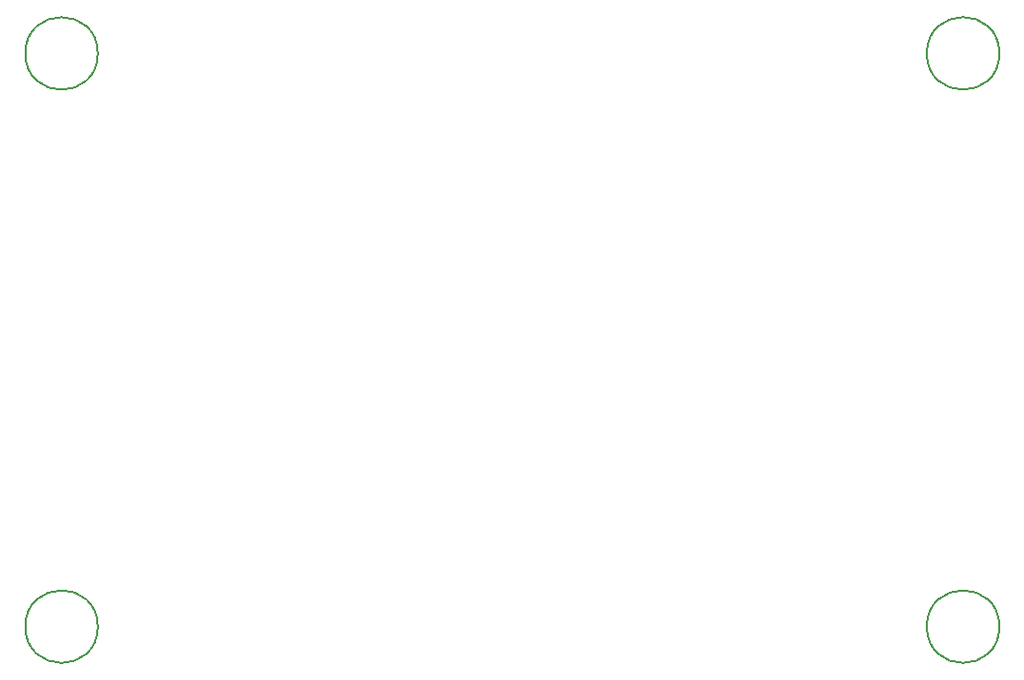
<source format=gbr>
G04 #@! TF.GenerationSoftware,KiCad,Pcbnew,7.0.9*
G04 #@! TF.CreationDate,2024-09-19T22:53:54+02:00*
G04 #@! TF.ProjectId,hpdl_1414_pmod,6870646c-5f31-4343-9134-5f706d6f642e,rev?*
G04 #@! TF.SameCoordinates,Original*
G04 #@! TF.FileFunction,Other,User*
%FSLAX46Y46*%
G04 Gerber Fmt 4.6, Leading zero omitted, Abs format (unit mm)*
G04 Created by KiCad (PCBNEW 7.0.9) date 2024-09-19 22:53:54*
%MOMM*%
%LPD*%
G01*
G04 APERTURE LIST*
%ADD10C,0.150000*%
G04 APERTURE END LIST*
D10*
X106600000Y-96500000D02*
G75*
G03*
X106600000Y-96500000I-3100000J0D01*
G01*
X106600000Y-47540000D02*
G75*
G03*
X106600000Y-47540000I-3100000J0D01*
G01*
X183600000Y-47540000D02*
G75*
G03*
X183600000Y-47540000I-3100000J0D01*
G01*
X183600000Y-96500000D02*
G75*
G03*
X183600000Y-96500000I-3100000J0D01*
G01*
M02*

</source>
